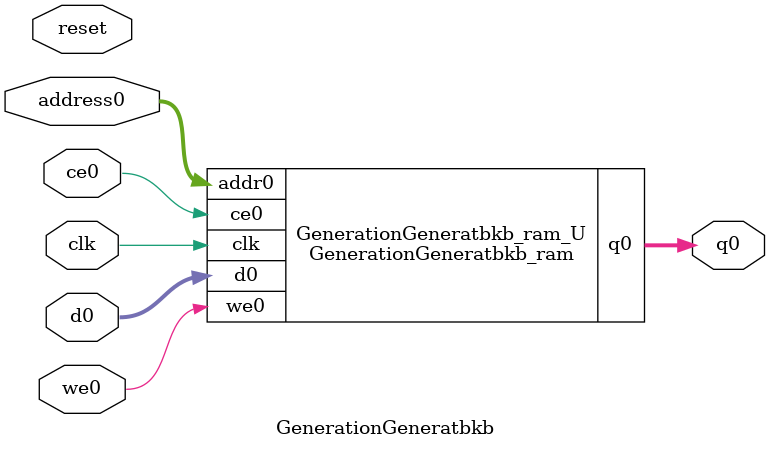
<source format=v>
`timescale 1 ns / 1 ps
module GenerationGeneratbkb_ram (addr0, ce0, d0, we0, q0,  clk);

parameter DWIDTH = 24;
parameter AWIDTH = 8;
parameter MEM_SIZE = 160;

input[AWIDTH-1:0] addr0;
input ce0;
input[DWIDTH-1:0] d0;
input we0;
output reg[DWIDTH-1:0] q0;
input clk;

(* ram_style = "block" *)reg [DWIDTH-1:0] ram[0:MEM_SIZE-1];




always @(posedge clk)  
begin 
    if (ce0) 
    begin
        if (we0) 
        begin 
            ram[addr0] <= d0; 
            q0 <= d0;
        end 
        else 
            q0 <= ram[addr0];
    end
end


endmodule

`timescale 1 ns / 1 ps
module GenerationGeneratbkb(
    reset,
    clk,
    address0,
    ce0,
    we0,
    d0,
    q0);

parameter DataWidth = 32'd24;
parameter AddressRange = 32'd160;
parameter AddressWidth = 32'd8;
input reset;
input clk;
input[AddressWidth - 1:0] address0;
input ce0;
input we0;
input[DataWidth - 1:0] d0;
output[DataWidth - 1:0] q0;



GenerationGeneratbkb_ram GenerationGeneratbkb_ram_U(
    .clk( clk ),
    .addr0( address0 ),
    .ce0( ce0 ),
    .we0( we0 ),
    .d0( d0 ),
    .q0( q0 ));

endmodule


</source>
